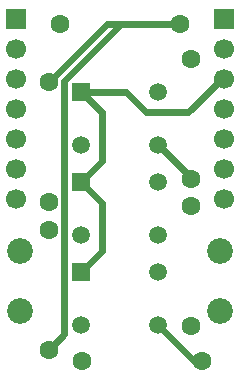
<source format=gbl>
G04 #@! TF.GenerationSoftware,KiCad,Pcbnew,9.0.1*
G04 #@! TF.CreationDate,2025-10-16T18:55:09-04:00*
G04 #@! TF.ProjectId,button backpack,62757474-6f6e-4206-9261-636b7061636b,rev?*
G04 #@! TF.SameCoordinates,Original*
G04 #@! TF.FileFunction,Copper,L2,Bot*
G04 #@! TF.FilePolarity,Positive*
%FSLAX46Y46*%
G04 Gerber Fmt 4.6, Leading zero omitted, Abs format (unit mm)*
G04 Created by KiCad (PCBNEW 9.0.1) date 2025-10-16 18:55:09*
%MOMM*%
%LPD*%
G01*
G04 APERTURE LIST*
G04 #@! TA.AperFunction,ComponentPad*
%ADD10R,1.700000X1.700000*%
G04 #@! TD*
G04 #@! TA.AperFunction,ComponentPad*
%ADD11C,1.700000*%
G04 #@! TD*
G04 #@! TA.AperFunction,ComponentPad*
%ADD12C,1.600000*%
G04 #@! TD*
G04 #@! TA.AperFunction,ComponentPad*
%ADD13C,2.175000*%
G04 #@! TD*
G04 #@! TA.AperFunction,ComponentPad*
%ADD14R,1.508000X1.508000*%
G04 #@! TD*
G04 #@! TA.AperFunction,ComponentPad*
%ADD15C,1.508000*%
G04 #@! TD*
G04 #@! TA.AperFunction,Conductor*
%ADD16C,0.600000*%
G04 #@! TD*
G04 APERTURE END LIST*
D10*
X121700000Y-63100000D03*
D11*
X121700000Y-65640000D03*
X121700000Y-68180000D03*
X121700000Y-70720000D03*
X121700000Y-73260000D03*
X121700000Y-75800000D03*
X121700000Y-78340000D03*
D12*
X127340000Y-92000000D03*
X137500000Y-92000000D03*
X124500000Y-91080000D03*
X124500000Y-80920000D03*
D13*
X122020850Y-87790000D03*
X122020850Y-82710000D03*
D10*
X139300000Y-63100000D03*
D11*
X139300000Y-65640000D03*
X139300000Y-68180000D03*
X139300000Y-70720000D03*
X139300000Y-73260000D03*
X139300000Y-75800000D03*
X139300000Y-78340000D03*
D12*
X124500000Y-68420000D03*
X124500000Y-78580000D03*
D14*
X127250000Y-76875000D03*
D15*
X133750000Y-76875000D03*
X127250000Y-81375000D03*
X133750000Y-81375000D03*
D13*
X138979150Y-82710000D03*
X138979150Y-87790000D03*
D14*
X127250000Y-69250000D03*
D15*
X133750000Y-69250000D03*
X127250000Y-73750000D03*
X133750000Y-73750000D03*
D12*
X125420000Y-63500000D03*
X135580000Y-63500000D03*
X136500000Y-89080000D03*
X136500000Y-78920000D03*
D14*
X127250000Y-84500000D03*
D15*
X133750000Y-84500000D03*
X127250000Y-89000000D03*
X133750000Y-89000000D03*
D12*
X136500000Y-66500000D03*
X136500000Y-76660000D03*
D16*
X129000000Y-75125000D02*
X127250000Y-76875000D01*
X127250000Y-69250000D02*
X129000000Y-71000000D01*
X136300000Y-71000000D02*
X132750000Y-71000000D01*
X131000000Y-69250000D02*
X127250000Y-69250000D01*
X139260000Y-68040000D02*
X136300000Y-71000000D01*
X132750000Y-71000000D02*
X131000000Y-69250000D01*
X129000000Y-71000000D02*
X129000000Y-75125000D01*
X129000000Y-78625000D02*
X129000000Y-82750000D01*
X139500000Y-68040000D02*
X139260000Y-68040000D01*
X127250000Y-76875000D02*
X129000000Y-78625000D01*
X129000000Y-82750000D02*
X127250000Y-84500000D01*
X136500000Y-76660000D02*
X136500000Y-76500000D01*
X136500000Y-76500000D02*
X133750000Y-73750000D01*
X125800000Y-89780000D02*
X125800000Y-68300000D01*
X129420000Y-63500000D02*
X124500000Y-68420000D01*
X125800000Y-68300000D02*
X130500000Y-63600000D01*
X130500000Y-63600000D02*
X130500000Y-63500000D01*
X135580000Y-63500000D02*
X132000000Y-63500000D01*
X124500000Y-91080000D02*
X125800000Y-89780000D01*
X132000000Y-63500000D02*
X130500000Y-63500000D01*
X130500000Y-63500000D02*
X129420000Y-63500000D01*
X137500000Y-92000000D02*
X136750000Y-92000000D01*
X136750000Y-92000000D02*
X133750000Y-89000000D01*
M02*

</source>
